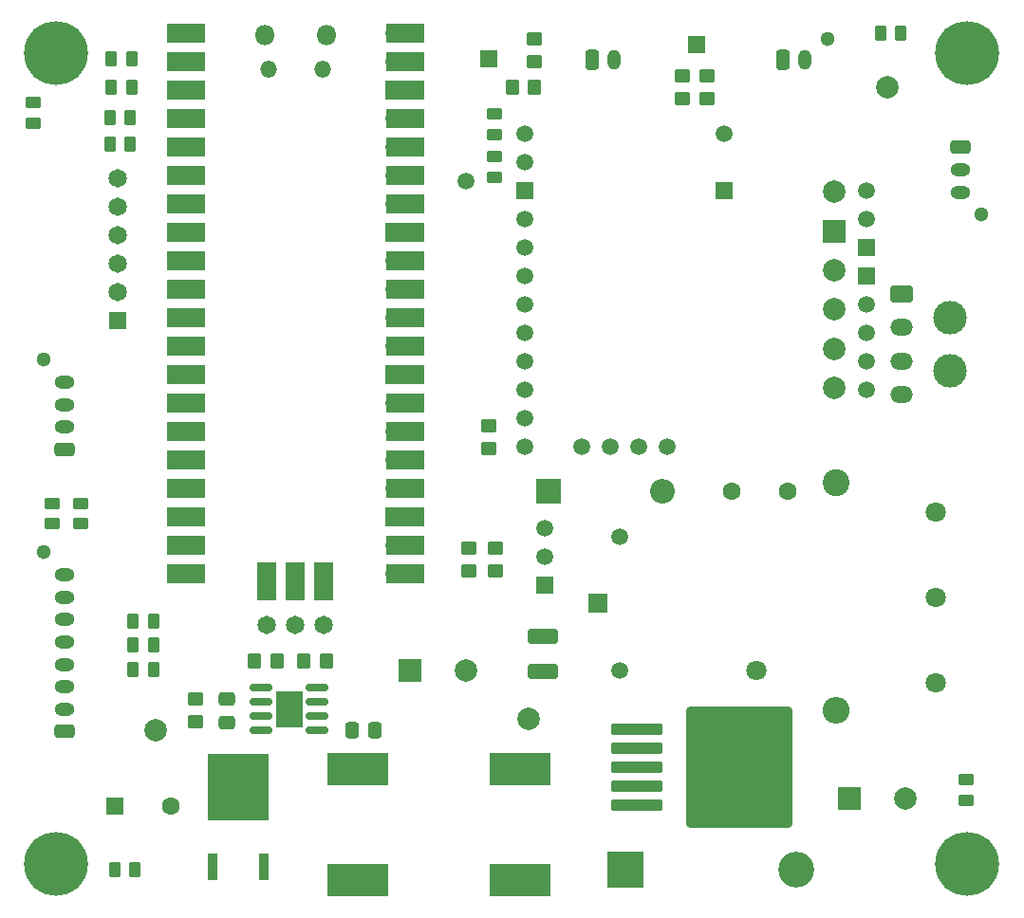
<source format=gbr>
%TF.GenerationSoftware,KiCad,Pcbnew,7.0.10*%
%TF.CreationDate,2024-03-28T21:50:04-04:00*%
%TF.ProjectId,WaveWise_PMIC,57617665-5769-4736-955f-504d49432e6b,rev?*%
%TF.SameCoordinates,Original*%
%TF.FileFunction,Soldermask,Top*%
%TF.FilePolarity,Negative*%
%FSLAX46Y46*%
G04 Gerber Fmt 4.6, Leading zero omitted, Abs format (unit mm)*
G04 Created by KiCad (PCBNEW 7.0.10) date 2024-03-28 21:50:04*
%MOMM*%
%LPD*%
G01*
G04 APERTURE LIST*
G04 Aperture macros list*
%AMRoundRect*
0 Rectangle with rounded corners*
0 $1 Rounding radius*
0 $2 $3 $4 $5 $6 $7 $8 $9 X,Y pos of 4 corners*
0 Add a 4 corners polygon primitive as box body*
4,1,4,$2,$3,$4,$5,$6,$7,$8,$9,$2,$3,0*
0 Add four circle primitives for the rounded corners*
1,1,$1+$1,$2,$3*
1,1,$1+$1,$4,$5*
1,1,$1+$1,$6,$7*
1,1,$1+$1,$8,$9*
0 Add four rect primitives between the rounded corners*
20,1,$1+$1,$2,$3,$4,$5,0*
20,1,$1+$1,$4,$5,$6,$7,0*
20,1,$1+$1,$6,$7,$8,$9,0*
20,1,$1+$1,$8,$9,$2,$3,0*%
G04 Aperture macros list end*
%ADD10RoundRect,0.250000X-0.350000X-0.650000X0.350000X-0.650000X0.350000X0.650000X-0.350000X0.650000X0*%
%ADD11O,1.200000X1.800000*%
%ADD12C,1.300000*%
%ADD13RoundRect,0.250000X-0.650000X0.350000X-0.650000X-0.350000X0.650000X-0.350000X0.650000X0.350000X0*%
%ADD14O,1.800000X1.200000*%
%ADD15RoundRect,0.250000X0.650000X-0.350000X0.650000X0.350000X-0.650000X0.350000X-0.650000X-0.350000X0*%
%ADD16RoundRect,0.250000X-0.450000X0.350000X-0.450000X-0.350000X0.450000X-0.350000X0.450000X0.350000X0*%
%ADD17RoundRect,0.250000X0.262500X0.450000X-0.262500X0.450000X-0.262500X-0.450000X0.262500X-0.450000X0*%
%ADD18R,5.400000X2.900000*%
%ADD19O,2.020000X1.500000*%
%ADD20RoundRect,0.250001X-0.759999X0.499999X-0.759999X-0.499999X0.759999X-0.499999X0.759999X0.499999X0*%
%ADD21C,3.000000*%
%ADD22R,1.650000X1.650000*%
%ADD23C,1.650000*%
%ADD24RoundRect,0.250000X0.350000X0.450000X-0.350000X0.450000X-0.350000X-0.450000X0.350000X-0.450000X0*%
%ADD25R,0.939800X2.489200*%
%ADD26R,5.511800X5.918200*%
%ADD27RoundRect,0.250000X0.450000X-0.350000X0.450000X0.350000X-0.450000X0.350000X-0.450000X-0.350000X0*%
%ADD28R,1.500000X1.500000*%
%ADD29C,1.500000*%
%ADD30C,5.700000*%
%ADD31RoundRect,0.250000X-0.262500X-0.450000X0.262500X-0.450000X0.262500X0.450000X-0.262500X0.450000X0*%
%ADD32RoundRect,0.250000X-0.475000X0.337500X-0.475000X-0.337500X0.475000X-0.337500X0.475000X0.337500X0*%
%ADD33R,2.000000X2.000000*%
%ADD34C,2.000000*%
%ADD35C,1.651000*%
%ADD36C,2.400000*%
%ADD37O,2.400000X2.400000*%
%ADD38C,1.498600*%
%ADD39C,1.803400*%
%ADD40R,1.803400X1.803400*%
%ADD41RoundRect,0.250000X-0.450000X0.262500X-0.450000X-0.262500X0.450000X-0.262500X0.450000X0.262500X0*%
%ADD42O,3.200000X3.200000*%
%ADD43R,3.200000X3.200000*%
%ADD44RoundRect,0.250000X1.100000X-0.412500X1.100000X0.412500X-1.100000X0.412500X-1.100000X-0.412500X0*%
%ADD45RoundRect,0.250000X0.450000X-0.262500X0.450000X0.262500X-0.450000X0.262500X-0.450000X-0.262500X0*%
%ADD46RoundRect,0.250000X-0.337500X-0.475000X0.337500X-0.475000X0.337500X0.475000X-0.337500X0.475000X0*%
%ADD47C,1.600000*%
%ADD48RoundRect,0.250000X-0.350000X-0.450000X0.350000X-0.450000X0.350000X0.450000X-0.350000X0.450000X0*%
%ADD49R,2.200000X2.200000*%
%ADD50O,2.200000X2.200000*%
%ADD51R,2.410000X3.300000*%
%ADD52RoundRect,0.150000X0.825000X0.150000X-0.825000X0.150000X-0.825000X-0.150000X0.825000X-0.150000X0*%
%ADD53RoundRect,0.250000X-2.050000X-0.300000X2.050000X-0.300000X2.050000X0.300000X-2.050000X0.300000X0*%
%ADD54RoundRect,0.250002X-4.449998X-5.149998X4.449998X-5.149998X4.449998X5.149998X-4.449998X5.149998X0*%
%ADD55R,1.700000X3.500000*%
%ADD56O,1.700000X1.700000*%
%ADD57R,1.700000X1.700000*%
%ADD58R,3.500000X1.700000*%
%ADD59O,1.800000X1.800000*%
%ADD60O,1.500000X1.500000*%
%ADD61R,1.600000X1.600000*%
G04 APERTURE END LIST*
D10*
%TO.C,J11*%
X102378000Y-55214000D03*
D11*
X104378000Y-55214000D03*
%TD*%
D12*
%TO.C,J10*%
X123396000Y-53314000D03*
D10*
X119396000Y-55214000D03*
D11*
X121396000Y-55214000D03*
%TD*%
D12*
%TO.C,J9*%
X137155000Y-68992000D03*
D13*
X135255000Y-62992000D03*
D14*
X135255000Y-64992000D03*
X135255000Y-66992000D03*
%TD*%
D12*
%TO.C,J8*%
X53472000Y-99157000D03*
D15*
X55372000Y-115157000D03*
D14*
X55372000Y-113157000D03*
X55372000Y-111157000D03*
X55372000Y-109157000D03*
X55372000Y-107157000D03*
X55372000Y-105157000D03*
X55372000Y-103157000D03*
X55372000Y-101157000D03*
%TD*%
D12*
%TO.C,J6*%
X53472000Y-81974500D03*
D15*
X55372000Y-89974500D03*
D14*
X55372000Y-87974500D03*
X55372000Y-85974500D03*
X55372000Y-83974500D03*
%TD*%
D16*
%TO.C,R26*%
X91440000Y-98822000D03*
X91440000Y-100822000D03*
%TD*%
%TO.C,R8*%
X93751400Y-98796600D03*
X93751400Y-100796600D03*
%TD*%
D17*
%TO.C,R25*%
X61444500Y-107442000D03*
X63269500Y-107442000D03*
%TD*%
D18*
%TO.C,L3*%
X81534000Y-118494000D03*
X81534000Y-128394000D03*
%TD*%
D19*
%TO.C,J5*%
X130048000Y-85090000D03*
X130048000Y-82090000D03*
X130048000Y-79090000D03*
D20*
X130048000Y-76090000D03*
D21*
X134368000Y-78240000D03*
X134368000Y-82940000D03*
%TD*%
D22*
%TO.C,J2*%
X60071000Y-78486000D03*
D23*
X60071000Y-75946000D03*
X60071000Y-73406000D03*
X60071000Y-70866000D03*
X60071000Y-68326000D03*
X60071000Y-65786000D03*
%TD*%
D24*
%TO.C,R5*%
X78713000Y-108839000D03*
X76713000Y-108839000D03*
%TD*%
D25*
%TO.C,D3*%
X73152000Y-127266700D03*
D26*
X70866000Y-120142000D03*
D25*
X68580000Y-127266700D03*
%TD*%
D27*
%TO.C,R2*%
X110490000Y-58642000D03*
X110490000Y-56642000D03*
%TD*%
D16*
%TO.C,R3*%
X97282000Y-53356000D03*
X97282000Y-55356000D03*
%TD*%
D28*
%TO.C,Q2*%
X98150000Y-102108000D03*
D29*
X98150000Y-99568000D03*
X98150000Y-97028000D03*
%TD*%
D28*
%TO.C,BatteryV1*%
X111760000Y-53848000D03*
%TD*%
D30*
%TO.C,HE1*%
X54610000Y-127000000D03*
%TD*%
D31*
%TO.C,R12*%
X61214000Y-62738000D03*
X59389000Y-62738000D03*
%TD*%
%TO.C,R10*%
X61214000Y-60325000D03*
X59389000Y-60325000D03*
%TD*%
D32*
%TO.C,C8*%
X69853000Y-112268000D03*
X69853000Y-114343000D03*
%TD*%
D33*
%TO.C,C6*%
X86186000Y-109728000D03*
D34*
X91186000Y-109728000D03*
%TD*%
D31*
%TO.C,R13*%
X61444500Y-105283000D03*
X63269500Y-105283000D03*
%TD*%
D35*
%TO.C,J3*%
X73406000Y-105664000D03*
X75946000Y-105664000D03*
X78486000Y-105664000D03*
%TD*%
D36*
%TO.C,R7*%
X124206000Y-92964000D03*
D37*
X124206000Y-113284000D03*
%TD*%
D38*
%TO.C,K1*%
X104902000Y-97728002D03*
D39*
X117101198Y-109728000D03*
D38*
X104902000Y-109728000D03*
D40*
X102901999Y-103728001D03*
%TD*%
D34*
%TO.C,24V_1*%
X63500000Y-115062000D03*
%TD*%
D41*
%TO.C,R23*%
X135786500Y-119483500D03*
X135786500Y-121308500D03*
%TD*%
D17*
%TO.C,R22*%
X61618500Y-127508000D03*
X59793500Y-127508000D03*
%TD*%
D39*
%TO.C,J13*%
X133050000Y-110832900D03*
X133050000Y-103212900D03*
X133050000Y-95592900D03*
%TD*%
D42*
%TO.C,D1*%
X120650000Y-127508000D03*
D43*
X105410000Y-127508000D03*
%TD*%
D16*
%TO.C,R17*%
X93218000Y-87900000D03*
X93218000Y-89900000D03*
%TD*%
D44*
%TO.C,C4*%
X98044000Y-109766500D03*
X98044000Y-106641500D03*
%TD*%
D45*
%TO.C,R14*%
X93726000Y-61872500D03*
X93726000Y-60047500D03*
%TD*%
D30*
%TO.C,H4*%
X135890000Y-127000000D03*
%TD*%
D31*
%TO.C,R19*%
X61341000Y-55118000D03*
X59516000Y-55118000D03*
%TD*%
%TO.C,R21*%
X128119500Y-52832000D03*
X129944500Y-52832000D03*
%TD*%
D46*
%TO.C,C5*%
X80983000Y-115062000D03*
X83058000Y-115062000D03*
%TD*%
D41*
%TO.C,R18*%
X54229000Y-94775000D03*
X54229000Y-96600000D03*
%TD*%
D47*
%TO.C,C2*%
X119848000Y-93726000D03*
X114848000Y-93726000D03*
%TD*%
D48*
%TO.C,R4*%
X95266000Y-57658000D03*
X97266000Y-57658000D03*
%TD*%
D29*
%TO.C,3V1*%
X91186000Y-66040000D03*
%TD*%
D45*
%TO.C,R20*%
X52578000Y-59031500D03*
X52578000Y-60856500D03*
%TD*%
D41*
%TO.C,R15*%
X56769000Y-94775000D03*
X56769000Y-96600000D03*
%TD*%
D27*
%TO.C,R6*%
X67056000Y-114284000D03*
X67056000Y-112284000D03*
%TD*%
%TO.C,R1*%
X112649000Y-58658000D03*
X112649000Y-56658000D03*
%TD*%
D18*
%TO.C,L1*%
X96012000Y-128394000D03*
X96012000Y-118494000D03*
%TD*%
D30*
%TO.C,H1*%
X54610000Y-54610000D03*
%TD*%
D28*
%TO.C,PanelV1*%
X93218000Y-55118000D03*
%TD*%
D34*
%TO.C,GND1*%
X96774000Y-114046000D03*
%TD*%
D31*
%TO.C,R11*%
X61444500Y-109601000D03*
X63269500Y-109601000D03*
%TD*%
D41*
%TO.C,R24*%
X93726000Y-63857500D03*
X93726000Y-65682500D03*
%TD*%
D49*
%TO.C,D2*%
X98552000Y-93726000D03*
D50*
X108712000Y-93726000D03*
%TD*%
D17*
%TO.C,R16*%
X59516000Y-57658000D03*
X61341000Y-57658000D03*
%TD*%
D34*
%TO.C,U2*%
X123988500Y-66978200D03*
D29*
X126884100Y-66825800D03*
X126884100Y-69365800D03*
D34*
X123988500Y-73978200D03*
D29*
X126884100Y-76985800D03*
D34*
X123988500Y-77478200D03*
D29*
X126884100Y-79525800D03*
D34*
X123988500Y-80978200D03*
D29*
X126884100Y-82065800D03*
D34*
X123988500Y-84478200D03*
D29*
X126884100Y-84605800D03*
X109129500Y-89762000D03*
X106589500Y-89762000D03*
X104049500Y-89762000D03*
X101509500Y-89762000D03*
X96429500Y-89762000D03*
X96429500Y-87222000D03*
X96429500Y-84682000D03*
X96429500Y-82142000D03*
X96429500Y-79602000D03*
X96429500Y-77062000D03*
X96429500Y-74522000D03*
X96429500Y-71982000D03*
X96429500Y-69442000D03*
X96429500Y-64362000D03*
X96429500Y-61822000D03*
X114184100Y-61745800D03*
D28*
X96429500Y-66902000D03*
X114184100Y-66825800D03*
D33*
X123988500Y-70478200D03*
D28*
X126884100Y-71905800D03*
X126884100Y-74445800D03*
%TD*%
D30*
%TO.C,H2*%
X135890000Y-54610000D03*
%TD*%
D51*
%TO.C,IC1*%
X75376000Y-113157000D03*
D52*
X72901000Y-115062000D03*
X72901000Y-113792000D03*
X72901000Y-112522000D03*
X72901000Y-111252000D03*
X77851000Y-111252000D03*
X77851000Y-112522000D03*
X77851000Y-113792000D03*
X77851000Y-115062000D03*
%TD*%
D53*
%TO.C,U4*%
X106396000Y-114964000D03*
X106396000Y-116664000D03*
X106396000Y-118364000D03*
X106396000Y-120064000D03*
X106396000Y-121764000D03*
D54*
X115546000Y-118364000D03*
%TD*%
D34*
%TO.C,C1*%
X130394323Y-121158000D03*
D33*
X125394323Y-121158000D03*
%TD*%
D34*
%TO.C,5V1*%
X128778000Y-57658000D03*
%TD*%
D55*
%TO.C,U1*%
X78486000Y-101762000D03*
D56*
X78486000Y-100862000D03*
D55*
X75946000Y-101762000D03*
D57*
X75946000Y-100862000D03*
D55*
X73406000Y-101762000D03*
D56*
X73406000Y-100862000D03*
D58*
X85736000Y-52832000D03*
D56*
X84836000Y-52832000D03*
D58*
X85736000Y-55372000D03*
D56*
X84836000Y-55372000D03*
D58*
X85736000Y-57912000D03*
D57*
X84836000Y-57912000D03*
D58*
X85736000Y-60452000D03*
D56*
X84836000Y-60452000D03*
D58*
X85736000Y-62992000D03*
D56*
X84836000Y-62992000D03*
D58*
X85736000Y-65532000D03*
D56*
X84836000Y-65532000D03*
D58*
X85736000Y-68072000D03*
D56*
X84836000Y-68072000D03*
D58*
X85736000Y-70612000D03*
D57*
X84836000Y-70612000D03*
D58*
X85736000Y-73152000D03*
D56*
X84836000Y-73152000D03*
D58*
X85736000Y-75692000D03*
D56*
X84836000Y-75692000D03*
D58*
X85736000Y-78232000D03*
D56*
X84836000Y-78232000D03*
D58*
X85736000Y-80772000D03*
D56*
X84836000Y-80772000D03*
D58*
X85736000Y-83312000D03*
D57*
X84836000Y-83312000D03*
D58*
X85736000Y-85852000D03*
D56*
X84836000Y-85852000D03*
D58*
X85736000Y-88392000D03*
D56*
X84836000Y-88392000D03*
D58*
X85736000Y-90932000D03*
D56*
X84836000Y-90932000D03*
D58*
X85736000Y-93472000D03*
D56*
X84836000Y-93472000D03*
D58*
X85736000Y-96012000D03*
D57*
X84836000Y-96012000D03*
D58*
X85736000Y-98552000D03*
D56*
X84836000Y-98552000D03*
D58*
X85736000Y-101092000D03*
D56*
X84836000Y-101092000D03*
D58*
X66156000Y-101092000D03*
D56*
X67056000Y-101092000D03*
D58*
X66156000Y-98552000D03*
D56*
X67056000Y-98552000D03*
D58*
X66156000Y-96012000D03*
D57*
X67056000Y-96012000D03*
D58*
X66156000Y-93472000D03*
D56*
X67056000Y-93472000D03*
D58*
X66156000Y-90932000D03*
D56*
X67056000Y-90932000D03*
D58*
X66156000Y-88392000D03*
D56*
X67056000Y-88392000D03*
D58*
X66156000Y-85852000D03*
D56*
X67056000Y-85852000D03*
D58*
X66156000Y-83312000D03*
D57*
X67056000Y-83312000D03*
D58*
X66156000Y-80772000D03*
D56*
X67056000Y-80772000D03*
D58*
X66156000Y-78232000D03*
D56*
X67056000Y-78232000D03*
D58*
X66156000Y-75692000D03*
D56*
X67056000Y-75692000D03*
D58*
X66156000Y-73152000D03*
D56*
X67056000Y-73152000D03*
D58*
X66156000Y-70612000D03*
D57*
X67056000Y-70612000D03*
D58*
X66156000Y-68072000D03*
D56*
X67056000Y-68072000D03*
D58*
X66156000Y-65532000D03*
D56*
X67056000Y-65532000D03*
D58*
X66156000Y-62992000D03*
D56*
X67056000Y-62992000D03*
D58*
X66156000Y-60452000D03*
D56*
X67056000Y-60452000D03*
D58*
X66156000Y-57912000D03*
D57*
X67056000Y-57912000D03*
D58*
X66156000Y-55372000D03*
D56*
X67056000Y-55372000D03*
D58*
X66156000Y-52832000D03*
D56*
X67056000Y-52832000D03*
D59*
X78671000Y-52962000D03*
D60*
X78371000Y-55992000D03*
X73521000Y-55992000D03*
D59*
X73221000Y-52962000D03*
%TD*%
D61*
%TO.C,C9*%
X59827349Y-121793000D03*
D47*
X64827349Y-121793000D03*
%TD*%
D48*
%TO.C,R9*%
X72268000Y-108839000D03*
X74268000Y-108839000D03*
%TD*%
M02*

</source>
